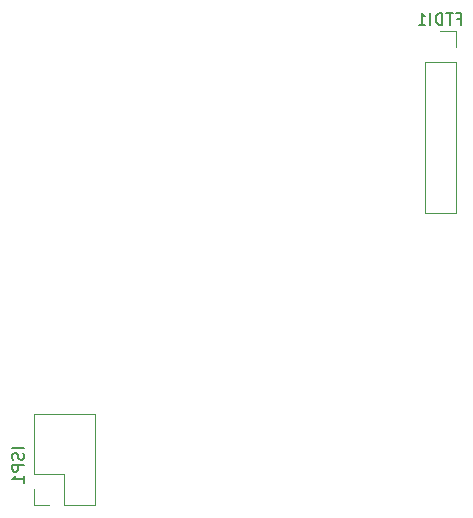
<source format=gbr>
%TF.GenerationSoftware,KiCad,Pcbnew,(5.1.9)-1*%
%TF.CreationDate,2021-03-11T14:12:12+01:00*%
%TF.ProjectId,HB-RC-12-EP-2,48422d52-432d-4313-922d-45502d322e6b,rev?*%
%TF.SameCoordinates,Original*%
%TF.FileFunction,Legend,Bot*%
%TF.FilePolarity,Positive*%
%FSLAX46Y46*%
G04 Gerber Fmt 4.6, Leading zero omitted, Abs format (unit mm)*
G04 Created by KiCad (PCBNEW (5.1.9)-1) date 2021-03-11 14:12:12*
%MOMM*%
%LPD*%
G01*
G04 APERTURE LIST*
%ADD10C,0.120000*%
%ADD11C,0.150000*%
G04 APERTURE END LIST*
D10*
%TO.C,FTDI1*%
X129980000Y-85120000D02*
X128650000Y-85120000D01*
X129980000Y-86450000D02*
X129980000Y-85120000D01*
X129980000Y-87720000D02*
X127320000Y-87720000D01*
X127320000Y-87720000D02*
X127320000Y-100480000D01*
X129980000Y-87720000D02*
X129980000Y-100480000D01*
X129980000Y-100480000D02*
X127320000Y-100480000D01*
%TO.C,ISP1*%
X94220000Y-117480000D02*
X99420000Y-117480000D01*
X94220000Y-122620000D02*
X94220000Y-117480000D01*
X99420000Y-125220000D02*
X99420000Y-117480000D01*
X94220000Y-122620000D02*
X96820000Y-122620000D01*
X96820000Y-122620000D02*
X96820000Y-125220000D01*
X96820000Y-125220000D02*
X99420000Y-125220000D01*
X94220000Y-123890000D02*
X94220000Y-125220000D01*
X94220000Y-125220000D02*
X95550000Y-125220000D01*
%TO.C,FTDI1*%
D11*
X130102380Y-84048571D02*
X130435714Y-84048571D01*
X130435714Y-84572380D02*
X130435714Y-83572380D01*
X129959523Y-83572380D01*
X129721428Y-83572380D02*
X129150000Y-83572380D01*
X129435714Y-84572380D02*
X129435714Y-83572380D01*
X128816666Y-84572380D02*
X128816666Y-83572380D01*
X128578571Y-83572380D01*
X128435714Y-83620000D01*
X128340476Y-83715238D01*
X128292857Y-83810476D01*
X128245238Y-84000952D01*
X128245238Y-84143809D01*
X128292857Y-84334285D01*
X128340476Y-84429523D01*
X128435714Y-84524761D01*
X128578571Y-84572380D01*
X128816666Y-84572380D01*
X127816666Y-84572380D02*
X127816666Y-83572380D01*
X126816666Y-84572380D02*
X127388095Y-84572380D01*
X127102380Y-84572380D02*
X127102380Y-83572380D01*
X127197619Y-83715238D01*
X127292857Y-83810476D01*
X127388095Y-83858095D01*
%TO.C,ISP1*%
X93402380Y-120397619D02*
X92402380Y-120397619D01*
X93354761Y-120826190D02*
X93402380Y-120969047D01*
X93402380Y-121207142D01*
X93354761Y-121302380D01*
X93307142Y-121350000D01*
X93211904Y-121397619D01*
X93116666Y-121397619D01*
X93021428Y-121350000D01*
X92973809Y-121302380D01*
X92926190Y-121207142D01*
X92878571Y-121016666D01*
X92830952Y-120921428D01*
X92783333Y-120873809D01*
X92688095Y-120826190D01*
X92592857Y-120826190D01*
X92497619Y-120873809D01*
X92450000Y-120921428D01*
X92402380Y-121016666D01*
X92402380Y-121254761D01*
X92450000Y-121397619D01*
X93402380Y-121826190D02*
X92402380Y-121826190D01*
X92402380Y-122207142D01*
X92450000Y-122302380D01*
X92497619Y-122350000D01*
X92592857Y-122397619D01*
X92735714Y-122397619D01*
X92830952Y-122350000D01*
X92878571Y-122302380D01*
X92926190Y-122207142D01*
X92926190Y-121826190D01*
X93402380Y-123350000D02*
X93402380Y-122778571D01*
X93402380Y-123064285D02*
X92402380Y-123064285D01*
X92545238Y-122969047D01*
X92640476Y-122873809D01*
X92688095Y-122778571D01*
%TD*%
M02*

</source>
